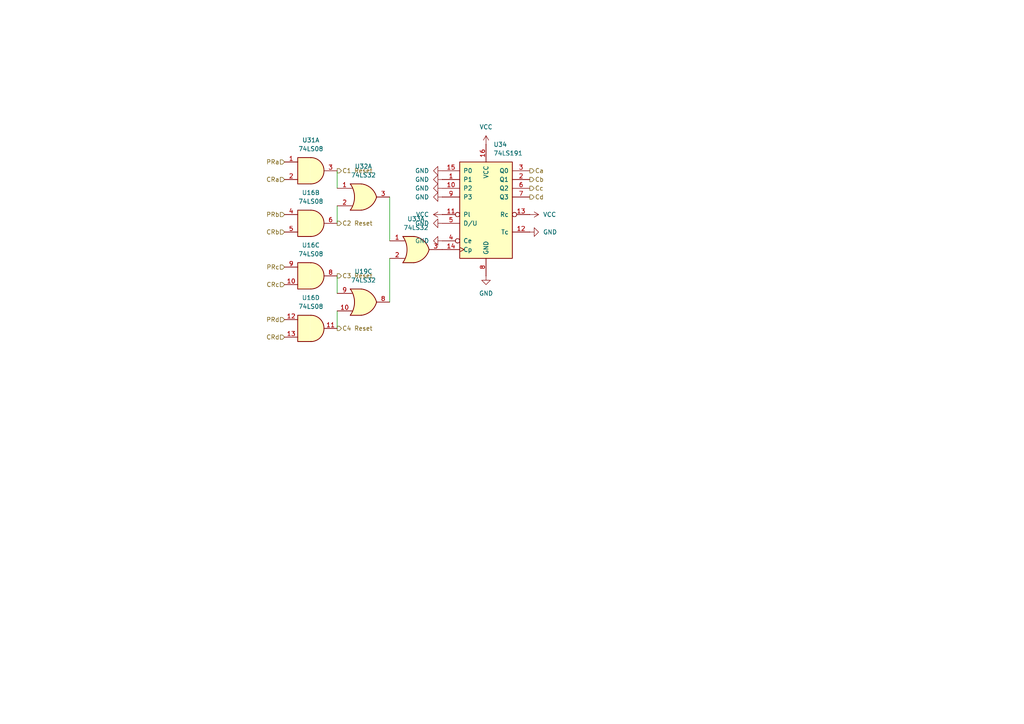
<source format=kicad_sch>
(kicad_sch
	(version 20250114)
	(generator "eeschema")
	(generator_version "9.0")
	(uuid "3f1dffd2-b857-4033-85dd-a594872ad6a9")
	(paper "A4")
	(lib_symbols
		(symbol "74xx:74LS08"
			(pin_names
				(offset 1.016)
			)
			(exclude_from_sim no)
			(in_bom yes)
			(on_board yes)
			(property "Reference" "U"
				(at 0 1.27 0)
				(effects
					(font
						(size 1.27 1.27)
					)
				)
			)
			(property "Value" "74LS08"
				(at 0 -1.27 0)
				(effects
					(font
						(size 1.27 1.27)
					)
				)
			)
			(property "Footprint" ""
				(at 0 0 0)
				(effects
					(font
						(size 1.27 1.27)
					)
					(hide yes)
				)
			)
			(property "Datasheet" "http://www.ti.com/lit/gpn/sn74LS08"
				(at 0 0 0)
				(effects
					(font
						(size 1.27 1.27)
					)
					(hide yes)
				)
			)
			(property "Description" "Quad And2"
				(at 0 0 0)
				(effects
					(font
						(size 1.27 1.27)
					)
					(hide yes)
				)
			)
			(property "ki_locked" ""
				(at 0 0 0)
				(effects
					(font
						(size 1.27 1.27)
					)
				)
			)
			(property "ki_keywords" "TTL and2"
				(at 0 0 0)
				(effects
					(font
						(size 1.27 1.27)
					)
					(hide yes)
				)
			)
			(property "ki_fp_filters" "DIP*W7.62mm*"
				(at 0 0 0)
				(effects
					(font
						(size 1.27 1.27)
					)
					(hide yes)
				)
			)
			(symbol "74LS08_1_1"
				(arc
					(start 0 3.81)
					(mid 3.7934 0)
					(end 0 -3.81)
					(stroke
						(width 0.254)
						(type default)
					)
					(fill
						(type background)
					)
				)
				(polyline
					(pts
						(xy 0 3.81) (xy -3.81 3.81) (xy -3.81 -3.81) (xy 0 -3.81)
					)
					(stroke
						(width 0.254)
						(type default)
					)
					(fill
						(type background)
					)
				)
				(pin input line
					(at -7.62 2.54 0)
					(length 3.81)
					(name "~"
						(effects
							(font
								(size 1.27 1.27)
							)
						)
					)
					(number "1"
						(effects
							(font
								(size 1.27 1.27)
							)
						)
					)
				)
				(pin input line
					(at -7.62 -2.54 0)
					(length 3.81)
					(name "~"
						(effects
							(font
								(size 1.27 1.27)
							)
						)
					)
					(number "2"
						(effects
							(font
								(size 1.27 1.27)
							)
						)
					)
				)
				(pin output line
					(at 7.62 0 180)
					(length 3.81)
					(name "~"
						(effects
							(font
								(size 1.27 1.27)
							)
						)
					)
					(number "3"
						(effects
							(font
								(size 1.27 1.27)
							)
						)
					)
				)
			)
			(symbol "74LS08_1_2"
				(arc
					(start -3.81 3.81)
					(mid -2.589 0)
					(end -3.81 -3.81)
					(stroke
						(width 0.254)
						(type default)
					)
					(fill
						(type none)
					)
				)
				(polyline
					(pts
						(xy -3.81 3.81) (xy -0.635 3.81)
					)
					(stroke
						(width 0.254)
						(type default)
					)
					(fill
						(type background)
					)
				)
				(polyline
					(pts
						(xy -3.81 -3.81) (xy -0.635 -3.81)
					)
					(stroke
						(width 0.254)
						(type default)
					)
					(fill
						(type background)
					)
				)
				(arc
					(start 3.81 0)
					(mid 2.1855 -2.584)
					(end -0.6096 -3.81)
					(stroke
						(width 0.254)
						(type default)
					)
					(fill
						(type background)
					)
				)
				(arc
					(start -0.6096 3.81)
					(mid 2.1928 2.5924)
					(end 3.81 0)
					(stroke
						(width 0.254)
						(type default)
					)
					(fill
						(type background)
					)
				)
				(polyline
					(pts
						(xy -0.635 3.81) (xy -3.81 3.81) (xy -3.81 3.81) (xy -3.556 3.4036) (xy -3.0226 2.2606) (xy -2.6924 1.0414)
						(xy -2.6162 -0.254) (xy -2.7686 -1.4986) (xy -3.175 -2.7178) (xy -3.81 -3.81) (xy -3.81 -3.81)
						(xy -0.635 -3.81)
					)
					(stroke
						(width -25.4)
						(type default)
					)
					(fill
						(type background)
					)
				)
				(pin input inverted
					(at -7.62 2.54 0)
					(length 4.318)
					(name "~"
						(effects
							(font
								(size 1.27 1.27)
							)
						)
					)
					(number "1"
						(effects
							(font
								(size 1.27 1.27)
							)
						)
					)
				)
				(pin input inverted
					(at -7.62 -2.54 0)
					(length 4.318)
					(name "~"
						(effects
							(font
								(size 1.27 1.27)
							)
						)
					)
					(number "2"
						(effects
							(font
								(size 1.27 1.27)
							)
						)
					)
				)
				(pin output inverted
					(at 7.62 0 180)
					(length 3.81)
					(name "~"
						(effects
							(font
								(size 1.27 1.27)
							)
						)
					)
					(number "3"
						(effects
							(font
								(size 1.27 1.27)
							)
						)
					)
				)
			)
			(symbol "74LS08_2_1"
				(arc
					(start 0 3.81)
					(mid 3.7934 0)
					(end 0 -3.81)
					(stroke
						(width 0.254)
						(type default)
					)
					(fill
						(type background)
					)
				)
				(polyline
					(pts
						(xy 0 3.81) (xy -3.81 3.81) (xy -3.81 -3.81) (xy 0 -3.81)
					)
					(stroke
						(width 0.254)
						(type default)
					)
					(fill
						(type background)
					)
				)
				(pin input line
					(at -7.62 2.54 0)
					(length 3.81)
					(name "~"
						(effects
							(font
								(size 1.27 1.27)
							)
						)
					)
					(number "4"
						(effects
							(font
								(size 1.27 1.27)
							)
						)
					)
				)
				(pin input line
					(at -7.62 -2.54 0)
					(length 3.81)
					(name "~"
						(effects
							(font
								(size 1.27 1.27)
							)
						)
					)
					(number "5"
						(effects
							(font
								(size 1.27 1.27)
							)
						)
					)
				)
				(pin output line
					(at 7.62 0 180)
					(length 3.81)
					(name "~"
						(effects
							(font
								(size 1.27 1.27)
							)
						)
					)
					(number "6"
						(effects
							(font
								(size 1.27 1.27)
							)
						)
					)
				)
			)
			(symbol "74LS08_2_2"
				(arc
					(start -3.81 3.81)
					(mid -2.589 0)
					(end -3.81 -3.81)
					(stroke
						(width 0.254)
						(type default)
					)
					(fill
						(type none)
					)
				)
				(polyline
					(pts
						(xy -3.81 3.81) (xy -0.635 3.81)
					)
					(stroke
						(width 0.254)
						(type default)
					)
					(fill
						(type background)
					)
				)
				(polyline
					(pts
						(xy -3.81 -3.81) (xy -0.635 -3.81)
					)
					(stroke
						(width 0.254)
						(type default)
					)
					(fill
						(type background)
					)
				)
				(arc
					(start 3.81 0)
					(mid 2.1855 -2.584)
					(end -0.6096 -3.81)
					(stroke
						(width 0.254)
						(type default)
					)
					(fill
						(type background)
					)
				)
				(arc
					(start -0.6096 3.81)
					(mid 2.1928 2.5924)
					(end 3.81 0)
					(stroke
						(width 0.254)
						(type default)
					)
					(fill
						(type background)
					)
				)
				(polyline
					(pts
						(xy -0.635 3.81) (xy -3.81 3.81) (xy -3.81 3.81) (xy -3.556 3.4036) (xy -3.0226 2.2606) (xy -2.6924 1.0414)
						(xy -2.6162 -0.254) (xy -2.7686 -1.4986) (xy -3.175 -2.7178) (xy -3.81 -3.81) (xy -3.81 -3.81)
						(xy -0.635 -3.81)
					)
					(stroke
						(width -25.4)
						(type default)
					)
					(fill
						(type background)
					)
				)
				(pin input inverted
					(at -7.62 2.54 0)
					(length 4.318)
					(name "~"
						(effects
							(font
								(size 1.27 1.27)
							)
						)
					)
					(number "4"
						(effects
							(font
								(size 1.27 1.27)
							)
						)
					)
				)
				(pin input inverted
					(at -7.62 -2.54 0)
					(length 4.318)
					(name "~"
						(effects
							(font
								(size 1.27 1.27)
							)
						)
					)
					(number "5"
						(effects
							(font
								(size 1.27 1.27)
							)
						)
					)
				)
				(pin output inverted
					(at 7.62 0 180)
					(length 3.81)
					(name "~"
						(effects
							(font
								(size 1.27 1.27)
							)
						)
					)
					(number "6"
						(effects
							(font
								(size 1.27 1.27)
							)
						)
					)
				)
			)
			(symbol "74LS08_3_1"
				(arc
					(start 0 3.81)
					(mid 3.7934 0)
					(end 0 -3.81)
					(stroke
						(width 0.254)
						(type default)
					)
					(fill
						(type background)
					)
				)
				(polyline
					(pts
						(xy 0 3.81) (xy -3.81 3.81) (xy -3.81 -3.81) (xy 0 -3.81)
					)
					(stroke
						(width 0.254)
						(type default)
					)
					(fill
						(type background)
					)
				)
				(pin input line
					(at -7.62 2.54 0)
					(length 3.81)
					(name "~"
						(effects
							(font
								(size 1.27 1.27)
							)
						)
					)
					(number "9"
						(effects
							(font
								(size 1.27 1.27)
							)
						)
					)
				)
				(pin input line
					(at -7.62 -2.54 0)
					(length 3.81)
					(name "~"
						(effects
							(font
								(size 1.27 1.27)
							)
						)
					)
					(number "10"
						(effects
							(font
								(size 1.27 1.27)
							)
						)
					)
				)
				(pin output line
					(at 7.62 0 180)
					(length 3.81)
					(name "~"
						(effects
							(font
								(size 1.27 1.27)
							)
						)
					)
					(number "8"
						(effects
							(font
								(size 1.27 1.27)
							)
						)
					)
				)
			)
			(symbol "74LS08_3_2"
				(arc
					(start -3.81 3.81)
					(mid -2.589 0)
					(end -3.81 -3.81)
					(stroke
						(width 0.254)
						(type default)
					)
					(fill
						(type none)
					)
				)
				(polyline
					(pts
						(xy -3.81 3.81) (xy -0.635 3.81)
					)
					(stroke
						(width 0.254)
						(type default)
					)
					(fill
						(type background)
					)
				)
				(polyline
					(pts
						(xy -3.81 -3.81) (xy -0.635 -3.81)
					)
					(stroke
						(width 0.254)
						(type default)
					)
					(fill
						(type background)
					)
				)
				(arc
					(start 3.81 0)
					(mid 2.1855 -2.584)
					(end -0.6096 -3.81)
					(stroke
						(width 0.254)
						(type default)
					)
					(fill
						(type background)
					)
				)
				(arc
					(start -0.6096 3.81)
					(mid 2.1928 2.5924)
					(end 3.81 0)
					(stroke
						(width 0.254)
						(type default)
					)
					(fill
						(type background)
					)
				)
				(polyline
					(pts
						(xy -0.635 3.81) (xy -3.81 3.81) (xy -3.81 3.81) (xy -3.556 3.4036) (xy -3.0226 2.2606) (xy -2.6924 1.0414)
						(xy -2.6162 -0.254) (xy -2.7686 -1.4986) (xy -3.175 -2.7178) (xy -3.81 -3.81) (xy -3.81 -3.81)
						(xy -0.635 -3.81)
					)
					(stroke
						(width -25.4)
						(type default)
					)
					(fill
						(type background)
					)
				)
				(pin input inverted
					(at -7.62 2.54 0)
					(length 4.318)
					(name "~"
						(effects
							(font
								(size 1.27 1.27)
							)
						)
					)
					(number "9"
						(effects
							(font
								(size 1.27 1.27)
							)
						)
					)
				)
				(pin input inverted
					(at -7.62 -2.54 0)
					(length 4.318)
					(name "~"
						(effects
							(font
								(size 1.27 1.27)
							)
						)
					)
					(number "10"
						(effects
							(font
								(size 1.27 1.27)
							)
						)
					)
				)
				(pin output inverted
					(at 7.62 0 180)
					(length 3.81)
					(name "~"
						(effects
							(font
								(size 1.27 1.27)
							)
						)
					)
					(number "8"
						(effects
							(font
								(size 1.27 1.27)
							)
						)
					)
				)
			)
			(symbol "74LS08_4_1"
				(arc
					(start 0 3.81)
					(mid 3.7934 0)
					(end 0 -3.81)
					(stroke
						(width 0.254)
						(type default)
					)
					(fill
						(type background)
					)
				)
				(polyline
					(pts
						(xy 0 3.81) (xy -3.81 3.81) (xy -3.81 -3.81) (xy 0 -3.81)
					)
					(stroke
						(width 0.254)
						(type default)
					)
					(fill
						(type background)
					)
				)
				(pin input line
					(at -7.62 2.54 0)
					(length 3.81)
					(name "~"
						(effects
							(font
								(size 1.27 1.27)
							)
						)
					)
					(number "12"
						(effects
							(font
								(size 1.27 1.27)
							)
						)
					)
				)
				(pin input line
					(at -7.62 -2.54 0)
					(length 3.81)
					(name "~"
						(effects
							(font
								(size 1.27 1.27)
							)
						)
					)
					(number "13"
						(effects
							(font
								(size 1.27 1.27)
							)
						)
					)
				)
				(pin output line
					(at 7.62 0 180)
					(length 3.81)
					(name "~"
						(effects
							(font
								(size 1.27 1.27)
							)
						)
					)
					(number "11"
						(effects
							(font
								(size 1.27 1.27)
							)
						)
					)
				)
			)
			(symbol "74LS08_4_2"
				(arc
					(start -3.81 3.81)
					(mid -2.589 0)
					(end -3.81 -3.81)
					(stroke
						(width 0.254)
						(type default)
					)
					(fill
						(type none)
					)
				)
				(polyline
					(pts
						(xy -3.81 3.81) (xy -0.635 3.81)
					)
					(stroke
						(width 0.254)
						(type default)
					)
					(fill
						(type background)
					)
				)
				(polyline
					(pts
						(xy -3.81 -3.81) (xy -0.635 -3.81)
					)
					(stroke
						(width 0.254)
						(type default)
					)
					(fill
						(type background)
					)
				)
				(arc
					(start 3.81 0)
					(mid 2.1855 -2.584)
					(end -0.6096 -3.81)
					(stroke
						(width 0.254)
						(type default)
					)
					(fill
						(type background)
					)
				)
				(arc
					(start -0.6096 3.81)
					(mid 2.1928 2.5924)
					(end 3.81 0)
					(stroke
						(width 0.254)
						(type default)
					)
					(fill
						(type background)
					)
				)
				(polyline
					(pts
						(xy -0.635 3.81) (xy -3.81 3.81) (xy -3.81 3.81) (xy -3.556 3.4036) (xy -3.0226 2.2606) (xy -2.6924 1.0414)
						(xy -2.6162 -0.254) (xy -2.7686 -1.4986) (xy -3.175 -2.7178) (xy -3.81 -3.81) (xy -3.81 -3.81)
						(xy -0.635 -3.81)
					)
					(stroke
						(width -25.4)
						(type default)
					)
					(fill
						(type background)
					)
				)
				(pin input inverted
					(at -7.62 2.54 0)
					(length 4.318)
					(name "~"
						(effects
							(font
								(size 1.27 1.27)
							)
						)
					)
					(number "12"
						(effects
							(font
								(size 1.27 1.27)
							)
						)
					)
				)
				(pin input inverted
					(at -7.62 -2.54 0)
					(length 4.318)
					(name "~"
						(effects
							(font
								(size 1.27 1.27)
							)
						)
					)
					(number "13"
						(effects
							(font
								(size 1.27 1.27)
							)
						)
					)
				)
				(pin output inverted
					(at 7.62 0 180)
					(length 3.81)
					(name "~"
						(effects
							(font
								(size 1.27 1.27)
							)
						)
					)
					(number "11"
						(effects
							(font
								(size 1.27 1.27)
							)
						)
					)
				)
			)
			(symbol "74LS08_5_0"
				(pin power_in line
					(at 0 12.7 270)
					(length 5.08)
					(name "VCC"
						(effects
							(font
								(size 1.27 1.27)
							)
						)
					)
					(number "14"
						(effects
							(font
								(size 1.27 1.27)
							)
						)
					)
				)
				(pin power_in line
					(at 0 -12.7 90)
					(length 5.08)
					(name "GND"
						(effects
							(font
								(size 1.27 1.27)
							)
						)
					)
					(number "7"
						(effects
							(font
								(size 1.27 1.27)
							)
						)
					)
				)
			)
			(symbol "74LS08_5_1"
				(rectangle
					(start -5.08 7.62)
					(end 5.08 -7.62)
					(stroke
						(width 0.254)
						(type default)
					)
					(fill
						(type background)
					)
				)
			)
			(embedded_fonts no)
		)
		(symbol "74xx:74LS191"
			(pin_names
				(offset 1.016)
			)
			(exclude_from_sim no)
			(in_bom yes)
			(on_board yes)
			(property "Reference" "U"
				(at -7.62 13.97 0)
				(effects
					(font
						(size 1.27 1.27)
					)
				)
			)
			(property "Value" "74LS191"
				(at -7.62 -16.51 0)
				(effects
					(font
						(size 1.27 1.27)
					)
				)
			)
			(property "Footprint" ""
				(at 0 0 0)
				(effects
					(font
						(size 1.27 1.27)
					)
					(hide yes)
				)
			)
			(property "Datasheet" "http://www.ti.com/lit/gpn/sn74LS191"
				(at 0 0 0)
				(effects
					(font
						(size 1.27 1.27)
					)
					(hide yes)
				)
			)
			(property "Description" "4-bit Synchronous Up/Down binary Counter"
				(at 0 0 0)
				(effects
					(font
						(size 1.27 1.27)
					)
					(hide yes)
				)
			)
			(property "ki_locked" ""
				(at 0 0 0)
				(effects
					(font
						(size 1.27 1.27)
					)
				)
			)
			(property "ki_keywords" "TTL CNT CNT4"
				(at 0 0 0)
				(effects
					(font
						(size 1.27 1.27)
					)
					(hide yes)
				)
			)
			(property "ki_fp_filters" "DIP?16*"
				(at 0 0 0)
				(effects
					(font
						(size 1.27 1.27)
					)
					(hide yes)
				)
			)
			(symbol "74LS191_1_0"
				(pin input line
					(at -12.7 10.16 0)
					(length 5.08)
					(name "P0"
						(effects
							(font
								(size 1.27 1.27)
							)
						)
					)
					(number "15"
						(effects
							(font
								(size 1.27 1.27)
							)
						)
					)
				)
				(pin input line
					(at -12.7 7.62 0)
					(length 5.08)
					(name "P1"
						(effects
							(font
								(size 1.27 1.27)
							)
						)
					)
					(number "1"
						(effects
							(font
								(size 1.27 1.27)
							)
						)
					)
				)
				(pin input line
					(at -12.7 5.08 0)
					(length 5.08)
					(name "P2"
						(effects
							(font
								(size 1.27 1.27)
							)
						)
					)
					(number "10"
						(effects
							(font
								(size 1.27 1.27)
							)
						)
					)
				)
				(pin input line
					(at -12.7 2.54 0)
					(length 5.08)
					(name "P3"
						(effects
							(font
								(size 1.27 1.27)
							)
						)
					)
					(number "9"
						(effects
							(font
								(size 1.27 1.27)
							)
						)
					)
				)
				(pin input inverted
					(at -12.7 -2.54 0)
					(length 5.08)
					(name "Pl"
						(effects
							(font
								(size 1.27 1.27)
							)
						)
					)
					(number "11"
						(effects
							(font
								(size 1.27 1.27)
							)
						)
					)
				)
				(pin input line
					(at -12.7 -5.08 0)
					(length 5.08)
					(name "D/U"
						(effects
							(font
								(size 1.27 1.27)
							)
						)
					)
					(number "5"
						(effects
							(font
								(size 1.27 1.27)
							)
						)
					)
				)
				(pin input inverted
					(at -12.7 -10.16 0)
					(length 5.08)
					(name "Ce"
						(effects
							(font
								(size 1.27 1.27)
							)
						)
					)
					(number "4"
						(effects
							(font
								(size 1.27 1.27)
							)
						)
					)
				)
				(pin input clock
					(at -12.7 -12.7 0)
					(length 5.08)
					(name "Cp"
						(effects
							(font
								(size 1.27 1.27)
							)
						)
					)
					(number "14"
						(effects
							(font
								(size 1.27 1.27)
							)
						)
					)
				)
				(pin power_in line
					(at 0 17.78 270)
					(length 5.08)
					(name "VCC"
						(effects
							(font
								(size 1.27 1.27)
							)
						)
					)
					(number "16"
						(effects
							(font
								(size 1.27 1.27)
							)
						)
					)
				)
				(pin power_in line
					(at 0 -20.32 90)
					(length 5.08)
					(name "GND"
						(effects
							(font
								(size 1.27 1.27)
							)
						)
					)
					(number "8"
						(effects
							(font
								(size 1.27 1.27)
							)
						)
					)
				)
				(pin output line
					(at 12.7 10.16 180)
					(length 5.08)
					(name "Q0"
						(effects
							(font
								(size 1.27 1.27)
							)
						)
					)
					(number "3"
						(effects
							(font
								(size 1.27 1.27)
							)
						)
					)
				)
				(pin output line
					(at 12.7 7.62 180)
					(length 5.08)
					(name "Q1"
						(effects
							(font
								(size 1.27 1.27)
							)
						)
					)
					(number "2"
						(effects
							(font
								(size 1.27 1.27)
							)
						)
					)
				)
				(pin output line
					(at 12.7 5.08 180)
					(length 5.08)
					(name "Q2"
						(effects
							(font
								(size 1.27 1.27)
							)
						)
					)
					(number "6"
						(effects
							(font
								(size 1.27 1.27)
							)
						)
					)
				)
				(pin output line
					(at 12.7 2.54 180)
					(length 5.08)
					(name "Q3"
						(effects
							(font
								(size 1.27 1.27)
							)
						)
					)
					(number "7"
						(effects
							(font
								(size 1.27 1.27)
							)
						)
					)
				)
				(pin output inverted
					(at 12.7 -2.54 180)
					(length 5.08)
					(name "Rc"
						(effects
							(font
								(size 1.27 1.27)
							)
						)
					)
					(number "13"
						(effects
							(font
								(size 1.27 1.27)
							)
						)
					)
				)
				(pin output line
					(at 12.7 -7.62 180)
					(length 5.08)
					(name "Tc"
						(effects
							(font
								(size 1.27 1.27)
							)
						)
					)
					(number "12"
						(effects
							(font
								(size 1.27 1.27)
							)
						)
					)
				)
			)
			(symbol "74LS191_1_1"
				(rectangle
					(start -7.62 12.7)
					(end 7.62 -15.24)
					(stroke
						(width 0.254)
						(type default)
					)
					(fill
						(type background)
					)
				)
			)
			(embedded_fonts no)
		)
		(symbol "74xx:74LS32"
			(pin_names
				(offset 1.016)
			)
			(exclude_from_sim no)
			(in_bom yes)
			(on_board yes)
			(property "Reference" "U"
				(at 0 1.27 0)
				(effects
					(font
						(size 1.27 1.27)
					)
				)
			)
			(property "Value" "74LS32"
				(at 0 -1.27 0)
				(effects
					(font
						(size 1.27 1.27)
					)
				)
			)
			(property "Footprint" ""
				(at 0 0 0)
				(effects
					(font
						(size 1.27 1.27)
					)
					(hide yes)
				)
			)
			(property "Datasheet" "http://www.ti.com/lit/gpn/sn74LS32"
				(at 0 0 0)
				(effects
					(font
						(size 1.27 1.27)
					)
					(hide yes)
				)
			)
			(property "Description" "Quad 2-input OR"
				(at 0 0 0)
				(effects
					(font
						(size 1.27 1.27)
					)
					(hide yes)
				)
			)
			(property "ki_locked" ""
				(at 0 0 0)
				(effects
					(font
						(size 1.27 1.27)
					)
				)
			)
			(property "ki_keywords" "TTL Or2"
				(at 0 0 0)
				(effects
					(font
						(size 1.27 1.27)
					)
					(hide yes)
				)
			)
			(property "ki_fp_filters" "DIP?14*"
				(at 0 0 0)
				(effects
					(font
						(size 1.27 1.27)
					)
					(hide yes)
				)
			)
			(symbol "74LS32_1_1"
				(arc
					(start -3.81 3.81)
					(mid -2.589 0)
					(end -3.81 -3.81)
					(stroke
						(width 0.254)
						(type default)
					)
					(fill
						(type none)
					)
				)
				(polyline
					(pts
						(xy -3.81 3.81) (xy -0.635 3.81)
					)
					(stroke
						(width 0.254)
						(type default)
					)
					(fill
						(type background)
					)
				)
				(polyline
					(pts
						(xy -3.81 -3.81) (xy -0.635 -3.81)
					)
					(stroke
						(width 0.254)
						(type default)
					)
					(fill
						(type background)
					)
				)
				(arc
					(start 3.81 0)
					(mid 2.1855 -2.584)
					(end -0.6096 -3.81)
					(stroke
						(width 0.254)
						(type default)
					)
					(fill
						(type background)
					)
				)
				(arc
					(start -0.6096 3.81)
					(mid 2.1928 2.5924)
					(end 3.81 0)
					(stroke
						(width 0.254)
						(type default)
					)
					(fill
						(type background)
					)
				)
				(polyline
					(pts
						(xy -0.635 3.81) (xy -3.81 3.81) (xy -3.81 3.81) (xy -3.556 3.4036) (xy -3.0226 2.2606) (xy -2.6924 1.0414)
						(xy -2.6162 -0.254) (xy -2.7686 -1.4986) (xy -3.175 -2.7178) (xy -3.81 -3.81) (xy -3.81 -3.81)
						(xy -0.635 -3.81)
					)
					(stroke
						(width -25.4)
						(type default)
					)
					(fill
						(type background)
					)
				)
				(pin input line
					(at -7.62 2.54 0)
					(length 4.318)
					(name "~"
						(effects
							(font
								(size 1.27 1.27)
							)
						)
					)
					(number "1"
						(effects
							(font
								(size 1.27 1.27)
							)
						)
					)
				)
				(pin input line
					(at -7.62 -2.54 0)
					(length 4.318)
					(name "~"
						(effects
							(font
								(size 1.27 1.27)
							)
						)
					)
					(number "2"
						(effects
							(font
								(size 1.27 1.27)
							)
						)
					)
				)
				(pin output line
					(at 7.62 0 180)
					(length 3.81)
					(name "~"
						(effects
							(font
								(size 1.27 1.27)
							)
						)
					)
					(number "3"
						(effects
							(font
								(size 1.27 1.27)
							)
						)
					)
				)
			)
			(symbol "74LS32_1_2"
				(arc
					(start 0 3.81)
					(mid 3.7934 0)
					(end 0 -3.81)
					(stroke
						(width 0.254)
						(type default)
					)
					(fill
						(type background)
					)
				)
				(polyline
					(pts
						(xy 0 3.81) (xy -3.81 3.81) (xy -3.81 -3.81) (xy 0 -3.81)
					)
					(stroke
						(width 0.254)
						(type default)
					)
					(fill
						(type background)
					)
				)
				(pin input inverted
					(at -7.62 2.54 0)
					(length 3.81)
					(name "~"
						(effects
							(font
								(size 1.27 1.27)
							)
						)
					)
					(number "1"
						(effects
							(font
								(size 1.27 1.27)
							)
						)
					)
				)
				(pin input inverted
					(at -7.62 -2.54 0)
					(length 3.81)
					(name "~"
						(effects
							(font
								(size 1.27 1.27)
							)
						)
					)
					(number "2"
						(effects
							(font
								(size 1.27 1.27)
							)
						)
					)
				)
				(pin output inverted
					(at 7.62 0 180)
					(length 3.81)
					(name "~"
						(effects
							(font
								(size 1.27 1.27)
							)
						)
					)
					(number "3"
						(effects
							(font
								(size 1.27 1.27)
							)
						)
					)
				)
			)
			(symbol "74LS32_2_1"
				(arc
					(start -3.81 3.81)
					(mid -2.589 0)
					(end -3.81 -3.81)
					(stroke
						(width 0.254)
						(type default)
					)
					(fill
						(type none)
					)
				)
				(polyline
					(pts
						(xy -3.81 3.81) (xy -0.635 3.81)
					)
					(stroke
						(width 0.254)
						(type default)
					)
					(fill
						(type background)
					)
				)
				(polyline
					(pts
						(xy -3.81 -3.81) (xy -0.635 -3.81)
					)
					(stroke
						(width 0.254)
						(type default)
					)
					(fill
						(type background)
					)
				)
				(arc
					(start 3.81 0)
					(mid 2.1855 -2.584)
					(end -0.6096 -3.81)
					(stroke
						(width 0.254)
						(type default)
					)
					(fill
						(type background)
					)
				)
				(arc
					(start -0.6096 3.81)
					(mid 2.1928 2.5924)
					(end 3.81 0)
					(stroke
						(width 0.254)
						(type default)
					)
					(fill
						(type background)
					)
				)
				(polyline
					(pts
						(xy -0.635 3.81) (xy -3.81 3.81) (xy -3.81 3.81) (xy -3.556 3.4036) (xy -3.0226 2.2606) (xy -2.6924 1.0414)
						(xy -2.6162 -0.254) (xy -2.7686 -1.4986) (xy -3.175 -2.7178) (xy -3.81 -3.81) (xy -3.81 -3.81)
						(xy -0.635 -3.81)
					)
					(stroke
						(width -25.4)
						(type default)
					)
					(fill
						(type background)
					)
				)
				(pin input line
					(at -7.62 2.54 0)
					(length 4.318)
					(name "~"
						(effects
							(font
								(size 1.27 1.27)
							)
						)
					)
					(number "4"
						(effects
							(font
								(size 1.27 1.27)
							)
						)
					)
				)
				(pin input line
					(at -7.62 -2.54 0)
					(length 4.318)
					(name "~"
						(effects
							(font
								(size 1.27 1.27)
							)
						)
					)
					(number "5"
						(effects
							(font
								(size 1.27 1.27)
							)
						)
					)
				)
				(pin output line
					(at 7.62 0 180)
					(length 3.81)
					(name "~"
						(effects
							(font
								(size 1.27 1.27)
							)
						)
					)
					(number "6"
						(effects
							(font
								(size 1.27 1.27)
							)
						)
					)
				)
			)
			(symbol "74LS32_2_2"
				(arc
					(start 0 3.81)
					(mid 3.7934 0)
					(end 0 -3.81)
					(stroke
						(width 0.254)
						(type default)
					)
					(fill
						(type background)
					)
				)
				(polyline
					(pts
						(xy 0 3.81) (xy -3.81 3.81) (xy -3.81 -3.81) (xy 0 -3.81)
					)
					(stroke
						(width 0.254)
						(type default)
					)
					(fill
						(type background)
					)
				)
				(pin input inverted
					(at -7.62 2.54 0)
					(length 3.81)
					(name "~"
						(effects
							(font
								(size 1.27 1.27)
							)
						)
					)
					(number "4"
						(effects
							(font
								(size 1.27 1.27)
							)
						)
					)
				)
				(pin input inverted
					(at -7.62 -2.54 0)
					(length 3.81)
					(name "~"
						(effects
							(font
								(size 1.27 1.27)
							)
						)
					)
					(number "5"
						(effects
							(font
								(size 1.27 1.27)
							)
						)
					)
				)
				(pin output inverted
					(at 7.62 0 180)
					(length 3.81)
					(name "~"
						(effects
							(font
								(size 1.27 1.27)
							)
						)
					)
					(number "6"
						(effects
							(font
								(size 1.27 1.27)
							)
						)
					)
				)
			)
			(symbol "74LS32_3_1"
				(arc
					(start -3.81 3.81)
					(mid -2.589 0)
					(end -3.81 -3.81)
					(stroke
						(width 0.254)
						(type default)
					)
					(fill
						(type none)
					)
				)
				(polyline
					(pts
						(xy -3.81 3.81) (xy -0.635 3.81)
					)
					(stroke
						(width 0.254)
						(type default)
					)
					(fill
						(type background)
					)
				)
				(polyline
					(pts
						(xy -3.81 -3.81) (xy -0.635 -3.81)
					)
					(stroke
						(width 0.254)
						(type default)
					)
					(fill
						(type background)
					)
				)
				(arc
					(start 3.81 0)
					(mid 2.1855 -2.584)
					(end -0.6096 -3.81)
					(stroke
						(width 0.254)
						(type default)
					)
					(fill
						(type background)
					)
				)
				(arc
					(start -0.6096 3.81)
					(mid 2.1928 2.5924)
					(end 3.81 0)
					(stroke
						(width 0.254)
						(type default)
					)
					(fill
						(type background)
					)
				)
				(polyline
					(pts
						(xy -0.635 3.81) (xy -3.81 3.81) (xy -3.81 3.81) (xy -3.556 3.4036) (xy -3.0226 2.2606) (xy -2.6924 1.0414)
						(xy -2.6162 -0.254) (xy -2.7686 -1.4986) (xy -3.175 -2.7178) (xy -3.81 -3.81) (xy -3.81 -3.81)
						(xy -0.635 -3.81)
					)
					(stroke
						(width -25.4)
						(type default)
					)
					(fill
						(type background)
					)
				)
				(pin input line
					(at -7.62 2.54 0)
					(length 4.318)
					(name "~"
						(effects
							(font
								(size 1.27 1.27)
							)
						)
					)
					(number "9"
						(effects
							(font
								(size 1.27 1.27)
							)
						)
					)
				)
				(pin input line
					(at -7.62 -2.54 0)
					(length 4.318)
					(name "~"
						(effects
							(font
								(size 1.27 1.27)
							)
						)
					)
					(number "10"
						(effects
							(font
								(size 1.27 1.27)
							)
						)
					)
				)
				(pin output line
					(at 7.62 0 180)
					(length 3.81)
					(name "~"
						(effects
							(font
								(size 1.27 1.27)
							)
						)
					)
					(number "8"
						(effects
							(font
								(size 1.27 1.27)
							)
						)
					)
				)
			)
			(symbol "74LS32_3_2"
				(arc
					(start 0 3.81)
					(mid 3.7934 0)
					(end 0 -3.81)
					(stroke
						(width 0.254)
						(type default)
					)
					(fill
						(type background)
					)
				)
				(polyline
					(pts
						(xy 0 3.81) (xy -3.81 3.81) (xy -3.81 -3.81) (xy 0 -3.81)
					)
					(stroke
						(width 0.254)
						(type default)
					)
					(fill
						(type background)
					)
				)
				(pin input inverted
					(at -7.62 2.54 0)
					(length 3.81)
					(name "~"
						(effects
							(font
								(size 1.27 1.27)
							)
						)
					)
					(number "9"
						(effects
							(font
								(size 1.27 1.27)
							)
						)
					)
				)
				(pin input inverted
					(at -7.62 -2.54 0)
					(length 3.81)
					(name "~"
						(effects
							(font
								(size 1.27 1.27)
							)
						)
					)
					(number "10"
						(effects
							(font
								(size 1.27 1.27)
							)
						)
					)
				)
				(pin output inverted
					(at 7.62 0 180)
					(length 3.81)
					(name "~"
						(effects
							(font
								(size 1.27 1.27)
							)
						)
					)
					(number "8"
						(effects
							(font
								(size 1.27 1.27)
							)
						)
					)
				)
			)
			(symbol "74LS32_4_1"
				(arc
					(start -3.81 3.81)
					(mid -2.589 0)
					(end -3.81 -3.81)
					(stroke
						(width 0.254)
						(type default)
					)
					(fill
						(type none)
					)
				)
				(polyline
					(pts
						(xy -3.81 3.81) (xy -0.635 3.81)
					)
					(stroke
						(width 0.254)
						(type default)
					)
					(fill
						(type background)
					)
				)
				(polyline
					(pts
						(xy -3.81 -3.81) (xy -0.635 -3.81)
					)
					(stroke
						(width 0.254)
						(type default)
					)
					(fill
						(type background)
					)
				)
				(arc
					(start 3.81 0)
					(mid 2.1855 -2.584)
					(end -0.6096 -3.81)
					(stroke
						(width 0.254)
						(type default)
					)
					(fill
						(type background)
					)
				)
				(arc
					(start -0.6096 3.81)
					(mid 2.1928 2.5924)
					(end 3.81 0)
					(stroke
						(width 0.254)
						(type default)
					)
					(fill
						(type background)
					)
				)
				(polyline
					(pts
						(xy -0.635 3.81) (xy -3.81 3.81) (xy -3.81 3.81) (xy -3.556 3.4036) (xy -3.0226 2.2606) (xy -2.6924 1.0414)
						(xy -2.6162 -0.254) (xy -2.7686 -1.4986) (xy -3.175 -2.7178) (xy -3.81 -3.81) (xy -3.81 -3.81)
						(xy -0.635 -3.81)
					)
					(stroke
						(width -25.4)
						(type default)
					)
					(fill
						(type background)
					)
				)
				(pin input line
					(at -7.62 2.54 0)
					(length 4.318)
					(name "~"
						(effects
							(font
								(size 1.27 1.27)
							)
						)
					)
					(number "12"
						(effects
							(font
								(size 1.27 1.27)
							)
						)
					)
				)
				(pin input line
					(at -7.62 -2.54 0)
					(length 4.318)
					(name "~"
						(effects
							(font
								(size 1.27 1.27)
							)
						)
					)
					(number "13"
						(effects
							(font
								(size 1.27 1.27)
							)
						)
					)
				)
				(pin output line
					(at 7.62 0 180)
					(length 3.81)
					(name "~"
						(effects
							(font
								(size 1.27 1.27)
							)
						)
					)
					(number "11"
						(effects
							(font
								(size 1.27 1.27)
							)
						)
					)
				)
			)
			(symbol "74LS32_4_2"
				(arc
					(start 0 3.81)
					(mid 3.7934 0)
					(end 0 -3.81)
					(stroke
						(width 0.254)
						(type default)
					)
					(fill
						(type background)
					)
				)
				(polyline
					(pts
						(xy 0 3.81) (xy -3.81 3.81) (xy -3.81 -3.81) (xy 0 -3.81)
					)
					(stroke
						(width 0.254)
						(type default)
					)
					(fill
						(type background)
					)
				)
				(pin input inverted
					(at -7.62 2.54 0)
					(length 3.81)
					(name "~"
						(effects
							(font
								(size 1.27 1.27)
							)
						)
					)
					(number "12"
						(effects
							(font
								(size 1.27 1.27)
							)
						)
					)
				)
				(pin input inverted
					(at -7.62 -2.54 0)
					(length 3.81)
					(name "~"
						(effects
							(font
								(size 1.27 1.27)
							)
						)
					)
					(number "13"
						(effects
							(font
								(size 1.27 1.27)
							)
						)
					)
				)
				(pin output inverted
					(at 7.62 0 180)
					(length 3.81)
					(name "~"
						(effects
							(font
								(size 1.27 1.27)
							)
						)
					)
					(number "11"
						(effects
							(font
								(size 1.27 1.27)
							)
						)
					)
				)
			)
			(symbol "74LS32_5_0"
				(pin power_in line
					(at 0 12.7 270)
					(length 5.08)
					(name "VCC"
						(effects
							(font
								(size 1.27 1.27)
							)
						)
					)
					(number "14"
						(effects
							(font
								(size 1.27 1.27)
							)
						)
					)
				)
				(pin power_in line
					(at 0 -12.7 90)
					(length 5.08)
					(name "GND"
						(effects
							(font
								(size 1.27 1.27)
							)
						)
					)
					(number "7"
						(effects
							(font
								(size 1.27 1.27)
							)
						)
					)
				)
			)
			(symbol "74LS32_5_1"
				(rectangle
					(start -5.08 7.62)
					(end 5.08 -7.62)
					(stroke
						(width 0.254)
						(type default)
					)
					(fill
						(type background)
					)
				)
			)
			(embedded_fonts no)
		)
		(symbol "power:GND"
			(power)
			(pin_numbers
				(hide yes)
			)
			(pin_names
				(offset 0)
				(hide yes)
			)
			(exclude_from_sim no)
			(in_bom yes)
			(on_board yes)
			(property "Reference" "#PWR"
				(at 0 -6.35 0)
				(effects
					(font
						(size 1.27 1.27)
					)
					(hide yes)
				)
			)
			(property "Value" "GND"
				(at 0 -3.81 0)
				(effects
					(font
						(size 1.27 1.27)
					)
				)
			)
			(property "Footprint" ""
				(at 0 0 0)
				(effects
					(font
						(size 1.27 1.27)
					)
					(hide yes)
				)
			)
			(property "Datasheet" ""
				(at 0 0 0)
				(effects
					(font
						(size 1.27 1.27)
					)
					(hide yes)
				)
			)
			(property "Description" "Power symbol creates a global label with name \"GND\" , ground"
				(at 0 0 0)
				(effects
					(font
						(size 1.27 1.27)
					)
					(hide yes)
				)
			)
			(property "ki_keywords" "global power"
				(at 0 0 0)
				(effects
					(font
						(size 1.27 1.27)
					)
					(hide yes)
				)
			)
			(symbol "GND_0_1"
				(polyline
					(pts
						(xy 0 0) (xy 0 -1.27) (xy 1.27 -1.27) (xy 0 -2.54) (xy -1.27 -1.27) (xy 0 -1.27)
					)
					(stroke
						(width 0)
						(type default)
					)
					(fill
						(type none)
					)
				)
			)
			(symbol "GND_1_1"
				(pin power_in line
					(at 0 0 270)
					(length 0)
					(name "~"
						(effects
							(font
								(size 1.27 1.27)
							)
						)
					)
					(number "1"
						(effects
							(font
								(size 1.27 1.27)
							)
						)
					)
				)
			)
			(embedded_fonts no)
		)
		(symbol "power:VCC"
			(power)
			(pin_numbers
				(hide yes)
			)
			(pin_names
				(offset 0)
				(hide yes)
			)
			(exclude_from_sim no)
			(in_bom yes)
			(on_board yes)
			(property "Reference" "#PWR"
				(at 0 -3.81 0)
				(effects
					(font
						(size 1.27 1.27)
					)
					(hide yes)
				)
			)
			(property "Value" "VCC"
				(at 0 3.556 0)
				(effects
					(font
						(size 1.27 1.27)
					)
				)
			)
			(property "Footprint" ""
				(at 0 0 0)
				(effects
					(font
						(size 1.27 1.27)
					)
					(hide yes)
				)
			)
			(property "Datasheet" ""
				(at 0 0 0)
				(effects
					(font
						(size 1.27 1.27)
					)
					(hide yes)
				)
			)
			(property "Description" "Power symbol creates a global label with name \"VCC\""
				(at 0 0 0)
				(effects
					(font
						(size 1.27 1.27)
					)
					(hide yes)
				)
			)
			(property "ki_keywords" "global power"
				(at 0 0 0)
				(effects
					(font
						(size 1.27 1.27)
					)
					(hide yes)
				)
			)
			(symbol "VCC_0_1"
				(polyline
					(pts
						(xy -0.762 1.27) (xy 0 2.54)
					)
					(stroke
						(width 0)
						(type default)
					)
					(fill
						(type none)
					)
				)
				(polyline
					(pts
						(xy 0 2.54) (xy 0.762 1.27)
					)
					(stroke
						(width 0)
						(type default)
					)
					(fill
						(type none)
					)
				)
				(polyline
					(pts
						(xy 0 0) (xy 0 2.54)
					)
					(stroke
						(width 0)
						(type default)
					)
					(fill
						(type none)
					)
				)
			)
			(symbol "VCC_1_1"
				(pin power_in line
					(at 0 0 90)
					(length 0)
					(name "~"
						(effects
							(font
								(size 1.27 1.27)
							)
						)
					)
					(number "1"
						(effects
							(font
								(size 1.27 1.27)
							)
						)
					)
				)
			)
			(embedded_fonts no)
		)
	)
	(wire
		(pts
			(xy 97.79 90.17) (xy 97.79 95.25)
		)
		(stroke
			(width 0)
			(type default)
		)
		(uuid "067dc995-4957-442e-a419-617901368b00")
	)
	(wire
		(pts
			(xy 113.03 57.15) (xy 113.03 69.85)
		)
		(stroke
			(width 0)
			(type default)
		)
		(uuid "5403c3fc-d1d2-48f9-a76d-9cf4ab60dce9")
	)
	(wire
		(pts
			(xy 97.79 80.01) (xy 97.79 85.09)
		)
		(stroke
			(width 0)
			(type default)
		)
		(uuid "61e7e1e6-e170-4be9-8cad-86a880fd4f70")
	)
	(wire
		(pts
			(xy 97.79 49.53) (xy 97.79 54.61)
		)
		(stroke
			(width 0)
			(type default)
		)
		(uuid "7bd226b8-c210-4226-a046-64390d16c91a")
	)
	(wire
		(pts
			(xy 113.03 74.93) (xy 113.03 87.63)
		)
		(stroke
			(width 0)
			(type default)
		)
		(uuid "7e7205bc-9f2b-4772-bc36-fffa50afe926")
	)
	(wire
		(pts
			(xy 97.79 59.69) (xy 97.79 64.77)
		)
		(stroke
			(width 0)
			(type default)
		)
		(uuid "e593a682-48eb-4624-92db-59ba8d033f12")
	)
	(hierarchical_label "Cb"
		(shape output)
		(at 153.67 52.07 0)
		(effects
			(font
				(size 1.27 1.27)
			)
			(justify left)
		)
		(uuid "180e11b2-278c-4365-8612-9ea569ddf0d1")
	)
	(hierarchical_label "PRa"
		(shape input)
		(at 82.55 46.99 180)
		(effects
			(font
				(size 1.27 1.27)
			)
			(justify right)
		)
		(uuid "1e580739-41cd-47ed-b99d-6489256c9b6d")
	)
	(hierarchical_label "CRa"
		(shape input)
		(at 82.55 52.07 180)
		(effects
			(font
				(size 1.27 1.27)
			)
			(justify right)
		)
		(uuid "3943e3bd-6e60-4d08-bc3b-8c268e6b572b")
	)
	(hierarchical_label "CRd"
		(shape input)
		(at 82.55 97.79 180)
		(effects
			(font
				(size 1.27 1.27)
			)
			(justify right)
		)
		(uuid "414442bb-26bf-4e05-b130-c795ee2e45ba")
	)
	(hierarchical_label "Ca"
		(shape output)
		(at 153.67 49.53 0)
		(effects
			(font
				(size 1.27 1.27)
			)
			(justify left)
		)
		(uuid "43d2ee12-4f06-404e-9052-096aded61a25")
	)
	(hierarchical_label "Cc"
		(shape output)
		(at 153.67 54.61 0)
		(effects
			(font
				(size 1.27 1.27)
			)
			(justify left)
		)
		(uuid "4e7bbd1f-6055-4217-b0b2-b1ff8f490c28")
	)
	(hierarchical_label "C3 Reset"
		(shape output)
		(at 97.79 80.01 0)
		(effects
			(font
				(size 1.27 1.27)
			)
			(justify left)
		)
		(uuid "6c3e1b7b-2dc6-483f-9fc4-f244569bdc57")
	)
	(hierarchical_label "CRc"
		(shape input)
		(at 82.55 82.55 180)
		(effects
			(font
				(size 1.27 1.27)
			)
			(justify right)
		)
		(uuid "729a268e-c1ad-4414-9975-dc269aa644a9")
	)
	(hierarchical_label "C1 Reset"
		(shape output)
		(at 97.79 49.53 0)
		(effects
			(font
				(size 1.27 1.27)
			)
			(justify left)
		)
		(uuid "785cd8ab-a7b5-48a0-a7e1-339613319bdf")
	)
	(hierarchical_label "PRb"
		(shape input)
		(at 82.55 62.23 180)
		(effects
			(font
				(size 1.27 1.27)
			)
			(justify right)
		)
		(uuid "81a72c6e-bc4e-49aa-a0e9-0e255e23c856")
	)
	(hierarchical_label "C2 Reset"
		(shape output)
		(at 97.79 64.77 0)
		(effects
			(font
				(size 1.27 1.27)
			)
			(justify left)
		)
		(uuid "9b178410-b2a4-4115-9607-0e61e03c80e0")
	)
	(hierarchical_label "CRb"
		(shape input)
		(at 82.55 67.31 180)
		(effects
			(font
				(size 1.27 1.27)
			)
			(justify right)
		)
		(uuid "a11d435c-a6ad-49ba-aa5f-d19a4375ae4d")
	)
	(hierarchical_label "PRd"
		(shape input)
		(at 82.55 92.71 180)
		(effects
			(font
				(size 1.27 1.27)
			)
			(justify right)
		)
		(uuid "a7708813-7edb-437e-a3ac-0e30a3804865")
	)
	(hierarchical_label "C4 Reset"
		(shape output)
		(at 97.79 95.25 0)
		(effects
			(font
				(size 1.27 1.27)
			)
			(justify left)
		)
		(uuid "bbe2494a-601f-4ca6-87ce-3ee442105747")
	)
	(hierarchical_label "PRc"
		(shape input)
		(at 82.55 77.47 180)
		(effects
			(font
				(size 1.27 1.27)
			)
			(justify right)
		)
		(uuid "c5fa3dd5-3668-4c0c-b35b-62ca42285619")
	)
	(hierarchical_label "Cd"
		(shape output)
		(at 153.67 57.15 0)
		(effects
			(font
				(size 1.27 1.27)
			)
			(justify left)
		)
		(uuid "d312f642-af2a-4c1f-ac6a-e157442ce5c2")
	)
	(symbol
		(lib_id "74xx:74LS32")
		(at 105.41 57.15 0)
		(unit 1)
		(exclude_from_sim no)
		(in_bom yes)
		(on_board yes)
		(dnp no)
		(fields_autoplaced yes)
		(uuid "0e529bba-816b-43d0-a11d-208393a00d16")
		(property "Reference" "U32"
			(at 105.41 48.26 0)
			(effects
				(font
					(size 1.27 1.27)
				)
			)
		)
		(property "Value" "74LS32"
			(at 105.41 50.8 0)
			(effects
				(font
					(size 1.27 1.27)
				)
			)
		)
		(property "Footprint" ""
			(at 105.41 57.15 0)
			(effects
				(font
					(size 1.27 1.27)
				)
				(hide yes)
			)
		)
		(property "Datasheet" "http://www.ti.com/lit/gpn/sn74LS32"
			(at 105.41 57.15 0)
			(effects
				(font
					(size 1.27 1.27)
				)
				(hide yes)
			)
		)
		(property "Description" "Quad 2-input OR"
			(at 105.41 57.15 0)
			(effects
				(font
					(size 1.27 1.27)
				)
				(hide yes)
			)
		)
		(pin "2"
			(uuid "a93ffa3d-6c6d-455f-982c-ffd41a132566")
		)
		(pin "5"
			(uuid "4d2b37bd-cf33-4f1a-bac8-aefe13e81ca0")
		)
		(pin "9"
			(uuid "cec4fc0f-4c18-4fa0-8e01-b9b852185318")
		)
		(pin "1"
			(uuid "c9f3829a-a1c4-471b-bd31-2e62e37b91f4")
		)
		(pin "3"
			(uuid "894d02ce-b877-4e14-a27f-8f4dee742f0e")
		)
		(pin "4"
			(uuid "f4e78ff7-5c29-4d4c-a46b-3da753bfa91e")
		)
		(pin "6"
			(uuid "301987ef-b713-4e67-aebc-a6e28bf1bd2f")
		)
		(pin "10"
			(uuid "c600afea-c5e6-44c9-80eb-cab26a7cf992")
		)
		(pin "8"
			(uuid "83af4de2-7bf2-42a6-aab6-d41f13237d41")
		)
		(pin "13"
			(uuid "18ecc928-2fa0-4822-9a83-cac5625301cd")
		)
		(pin "11"
			(uuid "97e40f7a-e0a1-448d-b32e-551b6fb643a4")
		)
		(pin "7"
			(uuid "8c6bd0e2-f020-42c7-9176-b262555c48b8")
		)
		(pin "14"
			(uuid "500d127a-c980-436e-aab7-67979d3523a3")
		)
		(pin "12"
			(uuid "08772c82-64c4-4efd-b9f5-e858ad51cef8")
		)
		(instances
			(project ""
				(path "/e8ee49b0-6c92-4580-8670-f3d8867d6cec/27c01a9f-608f-4674-a8d6-dfb42bfe452e"
					(reference "U32")
					(unit 1)
				)
			)
		)
	)
	(symbol
		(lib_id "power:GND")
		(at 128.27 64.77 270)
		(unit 1)
		(exclude_from_sim no)
		(in_bom yes)
		(on_board yes)
		(dnp no)
		(fields_autoplaced yes)
		(uuid "2ff8a198-e60a-4673-9ea1-65f485f83ae0")
		(property "Reference" "#PWR0101"
			(at 121.92 64.77 0)
			(effects
				(font
					(size 1.27 1.27)
				)
				(hide yes)
			)
		)
		(property "Value" "GND"
			(at 124.46 64.7699 90)
			(effects
				(font
					(size 1.27 1.27)
				)
				(justify right)
			)
		)
		(property "Footprint" ""
			(at 128.27 64.77 0)
			(effects
				(font
					(size 1.27 1.27)
				)
				(hide yes)
			)
		)
		(property "Datasheet" ""
			(at 128.27 64.77 0)
			(effects
				(font
					(size 1.27 1.27)
				)
				(hide yes)
			)
		)
		(property "Description" "Power symbol creates a global label with name \"GND\" , ground"
			(at 128.27 64.77 0)
			(effects
				(font
					(size 1.27 1.27)
				)
				(hide yes)
			)
		)
		(pin "1"
			(uuid "e455b5b2-3bda-4140-932f-b14514f0792d")
		)
		(instances
			(project ""
				(path "/e8ee49b0-6c92-4580-8670-f3d8867d6cec/27c01a9f-608f-4674-a8d6-dfb42bfe452e"
					(reference "#PWR0101")
					(unit 1)
				)
			)
		)
	)
	(symbol
		(lib_id "power:GND")
		(at 128.27 57.15 270)
		(unit 1)
		(exclude_from_sim no)
		(in_bom yes)
		(on_board yes)
		(dnp no)
		(fields_autoplaced yes)
		(uuid "3a5f0574-3304-43cd-9c8b-9c5ff0dd6702")
		(property "Reference" "#PWR0109"
			(at 121.92 57.15 0)
			(effects
				(font
					(size 1.27 1.27)
				)
				(hide yes)
			)
		)
		(property "Value" "GND"
			(at 124.46 57.1499 90)
			(effects
				(font
					(size 1.27 1.27)
				)
				(justify right)
			)
		)
		(property "Footprint" ""
			(at 128.27 57.15 0)
			(effects
				(font
					(size 1.27 1.27)
				)
				(hide yes)
			)
		)
		(property "Datasheet" ""
			(at 128.27 57.15 0)
			(effects
				(font
					(size 1.27 1.27)
				)
				(hide yes)
			)
		)
		(property "Description" "Power symbol creates a global label with name \"GND\" , ground"
			(at 128.27 57.15 0)
			(effects
				(font
					(size 1.27 1.27)
				)
				(hide yes)
			)
		)
		(pin "1"
			(uuid "0885e210-80e1-402e-924d-9196026c05e3")
		)
		(instances
			(project "Subway Surfers"
				(path "/e8ee49b0-6c92-4580-8670-f3d8867d6cec/27c01a9f-608f-4674-a8d6-dfb42bfe452e"
					(reference "#PWR0109")
					(unit 1)
				)
			)
		)
	)
	(symbol
		(lib_id "power:VCC")
		(at 140.97 41.91 0)
		(unit 1)
		(exclude_from_sim no)
		(in_bom yes)
		(on_board yes)
		(dnp no)
		(fields_autoplaced yes)
		(uuid "3e01a98e-6645-4f26-9389-5f050ba4df07")
		(property "Reference" "#PWR0100"
			(at 140.97 45.72 0)
			(effects
				(font
					(size 1.27 1.27)
				)
				(hide yes)
			)
		)
		(property "Value" "VCC"
			(at 140.97 36.83 0)
			(effects
				(font
					(size 1.27 1.27)
				)
			)
		)
		(property "Footprint" ""
			(at 140.97 41.91 0)
			(effects
				(font
					(size 1.27 1.27)
				)
				(hide yes)
			)
		)
		(property "Datasheet" ""
			(at 140.97 41.91 0)
			(effects
				(font
					(size 1.27 1.27)
				)
				(hide yes)
			)
		)
		(property "Description" "Power symbol creates a global label with name \"VCC\""
			(at 140.97 41.91 0)
			(effects
				(font
					(size 1.27 1.27)
				)
				(hide yes)
			)
		)
		(pin "1"
			(uuid "d8d3953e-bcf9-4793-a392-9bb085676b3f")
		)
		(instances
			(project ""
				(path "/e8ee49b0-6c92-4580-8670-f3d8867d6cec/27c01a9f-608f-4674-a8d6-dfb42bfe452e"
					(reference "#PWR0100")
					(unit 1)
				)
			)
		)
	)
	(symbol
		(lib_id "power:GND")
		(at 140.97 80.01 0)
		(unit 1)
		(exclude_from_sim no)
		(in_bom yes)
		(on_board yes)
		(dnp no)
		(fields_autoplaced yes)
		(uuid "47bf5c7e-1fc6-42f4-8474-31af3cf9a410")
		(property "Reference" "#PWR097"
			(at 140.97 86.36 0)
			(effects
				(font
					(size 1.27 1.27)
				)
				(hide yes)
			)
		)
		(property "Value" "GND"
			(at 140.97 85.09 0)
			(effects
				(font
					(size 1.27 1.27)
				)
			)
		)
		(property "Footprint" ""
			(at 140.97 80.01 0)
			(effects
				(font
					(size 1.27 1.27)
				)
				(hide yes)
			)
		)
		(property "Datasheet" ""
			(at 140.97 80.01 0)
			(effects
				(font
					(size 1.27 1.27)
				)
				(hide yes)
			)
		)
		(property "Description" "Power symbol creates a global label with name \"GND\" , ground"
			(at 140.97 80.01 0)
			(effects
				(font
					(size 1.27 1.27)
				)
				(hide yes)
			)
		)
		(pin "1"
			(uuid "733e1350-beb0-4337-a7c4-0539dc2a54ac")
		)
		(instances
			(project ""
				(path "/e8ee49b0-6c92-4580-8670-f3d8867d6cec/27c01a9f-608f-4674-a8d6-dfb42bfe452e"
					(reference "#PWR097")
					(unit 1)
				)
			)
		)
	)
	(symbol
		(lib_id "power:GND")
		(at 128.27 49.53 270)
		(unit 1)
		(exclude_from_sim no)
		(in_bom yes)
		(on_board yes)
		(dnp no)
		(fields_autoplaced yes)
		(uuid "4e00b0d5-f607-499c-94c9-6b11f60af5ea")
		(property "Reference" "#PWR0106"
			(at 121.92 49.53 0)
			(effects
				(font
					(size 1.27 1.27)
				)
				(hide yes)
			)
		)
		(property "Value" "GND"
			(at 124.46 49.5299 90)
			(effects
				(font
					(size 1.27 1.27)
				)
				(justify right)
			)
		)
		(property "Footprint" ""
			(at 128.27 49.53 0)
			(effects
				(font
					(size 1.27 1.27)
				)
				(hide yes)
			)
		)
		(property "Datasheet" ""
			(at 128.27 49.53 0)
			(effects
				(font
					(size 1.27 1.27)
				)
				(hide yes)
			)
		)
		(property "Description" "Power symbol creates a global label with name \"GND\" , ground"
			(at 128.27 49.53 0)
			(effects
				(font
					(size 1.27 1.27)
				)
				(hide yes)
			)
		)
		(pin "1"
			(uuid "94c3867f-3317-4073-9c98-c388791159a0")
		)
		(instances
			(project ""
				(path "/e8ee49b0-6c92-4580-8670-f3d8867d6cec/27c01a9f-608f-4674-a8d6-dfb42bfe452e"
					(reference "#PWR0106")
					(unit 1)
				)
			)
		)
	)
	(symbol
		(lib_id "74xx:74LS08")
		(at 90.17 95.25 0)
		(unit 4)
		(exclude_from_sim no)
		(in_bom yes)
		(on_board yes)
		(dnp no)
		(fields_autoplaced yes)
		(uuid "549c4817-0c92-4806-a9be-25e26de2ae81")
		(property "Reference" "U16"
			(at 90.1617 86.36 0)
			(effects
				(font
					(size 1.27 1.27)
				)
			)
		)
		(property "Value" "74LS08"
			(at 90.1617 88.9 0)
			(effects
				(font
					(size 1.27 1.27)
				)
			)
		)
		(property "Footprint" ""
			(at 90.17 95.25 0)
			(effects
				(font
					(size 1.27 1.27)
				)
				(hide yes)
			)
		)
		(property "Datasheet" "http://www.ti.com/lit/gpn/sn74LS08"
			(at 90.17 95.25 0)
			(effects
				(font
					(size 1.27 1.27)
				)
				(hide yes)
			)
		)
		(property "Description" "Quad And2"
			(at 90.17 95.25 0)
			(effects
				(font
					(size 1.27 1.27)
				)
				(hide yes)
			)
		)
		(pin "2"
			(uuid "164d8e9e-521e-41a5-ac84-6af3395ce0a5")
		)
		(pin "13"
			(uuid "bac269c8-9b20-4295-801c-27adc2361670")
		)
		(pin "5"
			(uuid "8b4d048b-01f0-48c2-9adc-2ef8b7027e86")
		)
		(pin "6"
			(uuid "57a4e6a8-403e-411b-9886-16450cf90d97")
		)
		(pin "12"
			(uuid "05cb8b71-1186-4e83-a9d6-bb1cff32f7cd")
		)
		(pin "1"
			(uuid "53f053ad-26ef-44f6-9449-cf3cf0c03fe4")
		)
		(pin "11"
			(uuid "93777a2c-ffa6-4d6f-b7ec-c2ec20f965e2")
		)
		(pin "10"
			(uuid "47415554-9676-4d61-8dcc-2de2ffc26b96")
		)
		(pin "4"
			(uuid "67d5c0df-a0de-4b72-8a4b-cdab0571576b")
		)
		(pin "9"
			(uuid "7f312b33-6dc0-446b-9b84-34f74e453662")
		)
		(pin "8"
			(uuid "69872137-3f11-4c23-aff3-cead1b4adbf9")
		)
		(pin "14"
			(uuid "31574056-e9e4-414e-8dde-3598843f97b1")
		)
		(pin "3"
			(uuid "3c399cb8-2032-42fc-bc27-d49a96890d63")
		)
		(pin "7"
			(uuid "c3c08514-0895-4d27-8801-f038cea78c2c")
		)
		(instances
			(project ""
				(path "/e8ee49b0-6c92-4580-8670-f3d8867d6cec/27c01a9f-608f-4674-a8d6-dfb42bfe452e"
					(reference "U16")
					(unit 4)
				)
			)
		)
	)
	(symbol
		(lib_id "74xx:74LS191")
		(at 140.97 59.69 0)
		(unit 1)
		(exclude_from_sim no)
		(in_bom yes)
		(on_board yes)
		(dnp no)
		(fields_autoplaced yes)
		(uuid "5b775b1e-73cc-4fd4-ab31-78c7ff16d685")
		(property "Reference" "U34"
			(at 143.1133 41.91 0)
			(effects
				(font
					(size 1.27 1.27)
				)
				(justify left)
			)
		)
		(property "Value" "74LS191"
			(at 143.1133 44.45 0)
			(effects
				(font
					(size 1.27 1.27)
				)
				(justify left)
			)
		)
		(property "Footprint" ""
			(at 140.97 59.69 0)
			(effects
				(font
					(size 1.27 1.27)
				)
				(hide yes)
			)
		)
		(property "Datasheet" "http://www.ti.com/lit/gpn/sn74LS191"
			(at 140.97 59.69 0)
			(effects
				(font
					(size 1.27 1.27)
				)
				(hide yes)
			)
		)
		(property "Description" "4-bit Synchronous Up/Down binary Counter"
			(at 140.97 59.69 0)
			(effects
				(font
					(size 1.27 1.27)
				)
				(hide yes)
			)
		)
		(pin "7"
			(uuid "28507834-4379-4a99-b73a-6ff5b5718ae4")
		)
		(pin "12"
			(uuid "b20c8ded-ba21-413e-8eb2-6994c42703ce")
		)
		(pin "15"
			(uuid "511fba20-76ab-45dc-959e-7bad71669a3c")
		)
		(pin "2"
			(uuid "2c242a18-66ba-4518-87b4-1f711ecbdc50")
		)
		(pin "14"
			(uuid "6a33a7a8-c23c-484b-b11b-6dbf7405962c")
		)
		(pin "6"
			(uuid "c722df01-0d88-441f-a044-691b2ba1dcfd")
		)
		(pin "16"
			(uuid "032b5bea-444d-48c9-8245-18c14ad5a1ff")
		)
		(pin "1"
			(uuid "bcd4147b-bfae-43e5-920b-a9b5e7e9f89e")
		)
		(pin "10"
			(uuid "99633d24-01c0-489d-9f39-b23638f8ab74")
		)
		(pin "9"
			(uuid "decd21ab-64fc-49e0-8148-e2a3a4dc2eb9")
		)
		(pin "11"
			(uuid "fe0259d6-3b27-4991-a288-4c28cab4b1e6")
		)
		(pin "4"
			(uuid "872d2fb3-031d-4991-b220-f2350dd5143c")
		)
		(pin "8"
			(uuid "98fa4e15-c2cf-4022-81b7-607b849cd0b9")
		)
		(pin "3"
			(uuid "ca4a0873-61a9-4205-ba57-8511c7fb21e5")
		)
		(pin "5"
			(uuid "ce6e0a74-eb27-4be3-98ef-f68d1f69d214")
		)
		(pin "13"
			(uuid "bd7930fe-ba79-47e0-bd7b-bf99ccc71124")
		)
		(instances
			(project ""
				(path "/e8ee49b0-6c92-4580-8670-f3d8867d6cec/27c01a9f-608f-4674-a8d6-dfb42bfe452e"
					(reference "U34")
					(unit 1)
				)
			)
		)
	)
	(symbol
		(lib_id "74xx:74LS08")
		(at 90.17 49.53 0)
		(unit 1)
		(exclude_from_sim no)
		(in_bom yes)
		(on_board yes)
		(dnp no)
		(fields_autoplaced yes)
		(uuid "61e02e86-6bad-414a-a73d-ae3ef3abd9f5")
		(property "Reference" "U31"
			(at 90.1617 40.64 0)
			(effects
				(font
					(size 1.27 1.27)
				)
			)
		)
		(property "Value" "74LS08"
			(at 90.1617 43.18 0)
			(effects
				(font
					(size 1.27 1.27)
				)
			)
		)
		(property "Footprint" ""
			(at 90.17 49.53 0)
			(effects
				(font
					(size 1.27 1.27)
				)
				(hide yes)
			)
		)
		(property "Datasheet" "http://www.ti.com/lit/gpn/sn74LS08"
			(at 90.17 49.53 0)
			(effects
				(font
					(size 1.27 1.27)
				)
				(hide yes)
			)
		)
		(property "Description" "Quad And2"
			(at 90.17 49.53 0)
			(effects
				(font
					(size 1.27 1.27)
				)
				(hide yes)
			)
		)
		(pin "2"
			(uuid "164d8e9e-521e-41a5-ac84-6af3395ce0a6")
		)
		(pin "13"
			(uuid "bac269c8-9b20-4295-801c-27adc2361671")
		)
		(pin "5"
			(uuid "8b4d048b-01f0-48c2-9adc-2ef8b7027e87")
		)
		(pin "6"
			(uuid "57a4e6a8-403e-411b-9886-16450cf90d98")
		)
		(pin "12"
			(uuid "05cb8b71-1186-4e83-a9d6-bb1cff32f7ce")
		)
		(pin "1"
			(uuid "53f053ad-26ef-44f6-9449-cf3cf0c03fe5")
		)
		(pin "11"
			(uuid "93777a2c-ffa6-4d6f-b7ec-c2ec20f965e3")
		)
		(pin "10"
			(uuid "47415554-9676-4d61-8dcc-2de2ffc26b97")
		)
		(pin "4"
			(uuid "67d5c0df-a0de-4b72-8a4b-cdab0571576c")
		)
		(pin "9"
			(uuid "7f312b33-6dc0-446b-9b84-34f74e453663")
		)
		(pin "8"
			(uuid "69872137-3f11-4c23-aff3-cead1b4adbfa")
		)
		(pin "14"
			(uuid "31574056-e9e4-414e-8dde-3598843f97b2")
		)
		(pin "3"
			(uuid "3c399cb8-2032-42fc-bc27-d49a96890d64")
		)
		(pin "7"
			(uuid "c3c08514-0895-4d27-8801-f038cea78c2d")
		)
		(instances
			(project ""
				(path "/e8ee49b0-6c92-4580-8670-f3d8867d6cec/27c01a9f-608f-4674-a8d6-dfb42bfe452e"
					(reference "U31")
					(unit 1)
				)
			)
		)
	)
	(symbol
		(lib_id "74xx:74LS32")
		(at 120.65 72.39 0)
		(unit 1)
		(exclude_from_sim no)
		(in_bom yes)
		(on_board yes)
		(dnp no)
		(fields_autoplaced yes)
		(uuid "626aef14-104f-4213-976f-b095317013c5")
		(property "Reference" "U33"
			(at 120.65 63.5 0)
			(effects
				(font
					(size 1.27 1.27)
				)
			)
		)
		(property "Value" "74LS32"
			(at 120.65 66.04 0)
			(effects
				(font
					(size 1.27 1.27)
				)
			)
		)
		(property "Footprint" ""
			(at 120.65 72.39 0)
			(effects
				(font
					(size 1.27 1.27)
				)
				(hide yes)
			)
		)
		(property "Datasheet" "http://www.ti.com/lit/gpn/sn74LS32"
			(at 120.65 72.39 0)
			(effects
				(font
					(size 1.27 1.27)
				)
				(hide yes)
			)
		)
		(property "Description" "Quad 2-input OR"
			(at 120.65 72.39 0)
			(effects
				(font
					(size 1.27 1.27)
				)
				(hide yes)
			)
		)
		(pin "3"
			(uuid "f38e6939-0b16-4ae1-b2d9-cdec070bb82d")
		)
		(pin "5"
			(uuid "76d356e7-b478-4730-a0af-948d610ee205")
		)
		(pin "2"
			(uuid "b37fe072-3599-44af-ab94-3bcb791bbffd")
		)
		(pin "4"
			(uuid "d01d0da0-201d-45ac-9090-ad8baeb7e032")
		)
		(pin "1"
			(uuid "d2cf0fca-b2e8-4a2f-87b3-7f7ae36b1225")
		)
		(pin "6"
			(uuid "cd15c3fb-7673-42d9-ac8e-f9f7de1f9173")
		)
		(pin "10"
			(uuid "8d51fe2e-1bcb-4a2b-b935-2980ea27078c")
		)
		(pin "8"
			(uuid "980df416-9cd5-49df-86c3-8a3e07b3fa23")
		)
		(pin "9"
			(uuid "6362713f-af96-4cd8-9705-6e5eaf145290")
		)
		(pin "12"
			(uuid "57e5274a-abe1-4777-86d4-4e48810c685c")
		)
		(pin "13"
			(uuid "868f2d43-15f4-49fa-8870-c7e7a730aea8")
		)
		(pin "11"
			(uuid "d43a4172-b227-466c-b7cb-08032a89942c")
		)
		(pin "14"
			(uuid "a7f51afd-fac3-4dd3-a6af-821c9d0bedde")
		)
		(pin "7"
			(uuid "0dbf17b0-58dd-4252-9a93-636078078c36")
		)
		(instances
			(project ""
				(path "/e8ee49b0-6c92-4580-8670-f3d8867d6cec/27c01a9f-608f-4674-a8d6-dfb42bfe452e"
					(reference "U33")
					(unit 1)
				)
			)
		)
	)
	(symbol
		(lib_id "power:GND")
		(at 128.27 52.07 270)
		(unit 1)
		(exclude_from_sim no)
		(in_bom yes)
		(on_board yes)
		(dnp no)
		(fields_autoplaced yes)
		(uuid "640bf03a-d6aa-4891-ae6b-0fe2ce6630bd")
		(property "Reference" "#PWR0107"
			(at 121.92 52.07 0)
			(effects
				(font
					(size 1.27 1.27)
				)
				(hide yes)
			)
		)
		(property "Value" "GND"
			(at 124.46 52.0699 90)
			(effects
				(font
					(size 1.27 1.27)
				)
				(justify right)
			)
		)
		(property "Footprint" ""
			(at 128.27 52.07 0)
			(effects
				(font
					(size 1.27 1.27)
				)
				(hide yes)
			)
		)
		(property "Datasheet" ""
			(at 128.27 52.07 0)
			(effects
				(font
					(size 1.27 1.27)
				)
				(hide yes)
			)
		)
		(property "Description" "Power symbol creates a global label with name \"GND\" , ground"
			(at 128.27 52.07 0)
			(effects
				(font
					(size 1.27 1.27)
				)
				(hide yes)
			)
		)
		(pin "1"
			(uuid "ecc0e57e-0211-4aec-84fd-e9fb364048ca")
		)
		(instances
			(project "Subway Surfers"
				(path "/e8ee49b0-6c92-4580-8670-f3d8867d6cec/27c01a9f-608f-4674-a8d6-dfb42bfe452e"
					(reference "#PWR0107")
					(unit 1)
				)
			)
		)
	)
	(symbol
		(lib_id "power:VCC")
		(at 153.67 62.23 270)
		(unit 1)
		(exclude_from_sim no)
		(in_bom yes)
		(on_board yes)
		(dnp no)
		(fields_autoplaced yes)
		(uuid "89cf11d0-e570-4747-8c4a-53406bd80768")
		(property "Reference" "#PWR0103"
			(at 149.86 62.23 0)
			(effects
				(font
					(size 1.27 1.27)
				)
				(hide yes)
			)
		)
		(property "Value" "VCC"
			(at 157.48 62.2299 90)
			(effects
				(font
					(size 1.27 1.27)
				)
				(justify left)
			)
		)
		(property "Footprint" ""
			(at 153.67 62.23 0)
			(effects
				(font
					(size 1.27 1.27)
				)
				(hide yes)
			)
		)
		(property "Datasheet" ""
			(at 153.67 62.23 0)
			(effects
				(font
					(size 1.27 1.27)
				)
				(hide yes)
			)
		)
		(property "Description" "Power symbol creates a global label with name \"VCC\""
			(at 153.67 62.23 0)
			(effects
				(font
					(size 1.27 1.27)
				)
				(hide yes)
			)
		)
		(pin "1"
			(uuid "4d0d8496-b600-4971-af04-381b991e6b2d")
		)
		(instances
			(project ""
				(path "/e8ee49b0-6c92-4580-8670-f3d8867d6cec/27c01a9f-608f-4674-a8d6-dfb42bfe452e"
					(reference "#PWR0103")
					(unit 1)
				)
			)
		)
	)
	(symbol
		(lib_id "74xx:74LS08")
		(at 90.17 64.77 0)
		(unit 2)
		(exclude_from_sim no)
		(in_bom yes)
		(on_board yes)
		(dnp no)
		(fields_autoplaced yes)
		(uuid "95d4d01d-83cf-4920-9c29-c716b7545a7a")
		(property "Reference" "U16"
			(at 90.1617 55.88 0)
			(effects
				(font
					(size 1.27 1.27)
				)
			)
		)
		(property "Value" "74LS08"
			(at 90.1617 58.42 0)
			(effects
				(font
					(size 1.27 1.27)
				)
			)
		)
		(property "Footprint" ""
			(at 90.17 64.77 0)
			(effects
				(font
					(size 1.27 1.27)
				)
				(hide yes)
			)
		)
		(property "Datasheet" "http://www.ti.com/lit/gpn/sn74LS08"
			(at 90.17 64.77 0)
			(effects
				(font
					(size 1.27 1.27)
				)
				(hide yes)
			)
		)
		(property "Description" "Quad And2"
			(at 90.17 64.77 0)
			(effects
				(font
					(size 1.27 1.27)
				)
				(hide yes)
			)
		)
		(pin "2"
			(uuid "164d8e9e-521e-41a5-ac84-6af3395ce0a7")
		)
		(pin "13"
			(uuid "bac269c8-9b20-4295-801c-27adc2361672")
		)
		(pin "5"
			(uuid "8b4d048b-01f0-48c2-9adc-2ef8b7027e88")
		)
		(pin "6"
			(uuid "57a4e6a8-403e-411b-9886-16450cf90d99")
		)
		(pin "12"
			(uuid "05cb8b71-1186-4e83-a9d6-bb1cff32f7cf")
		)
		(pin "1"
			(uuid "53f053ad-26ef-44f6-9449-cf3cf0c03fe6")
		)
		(pin "11"
			(uuid "93777a2c-ffa6-4d6f-b7ec-c2ec20f965e4")
		)
		(pin "10"
			(uuid "47415554-9676-4d61-8dcc-2de2ffc26b98")
		)
		(pin "4"
			(uuid "67d5c0df-a0de-4b72-8a4b-cdab0571576d")
		)
		(pin "9"
			(uuid "7f312b33-6dc0-446b-9b84-34f74e453664")
		)
		(pin "8"
			(uuid "69872137-3f11-4c23-aff3-cead1b4adbfb")
		)
		(pin "14"
			(uuid "31574056-e9e4-414e-8dde-3598843f97b3")
		)
		(pin "3"
			(uuid "3c399cb8-2032-42fc-bc27-d49a96890d65")
		)
		(pin "7"
			(uuid "c3c08514-0895-4d27-8801-f038cea78c2e")
		)
		(instances
			(project ""
				(path "/e8ee49b0-6c92-4580-8670-f3d8867d6cec/27c01a9f-608f-4674-a8d6-dfb42bfe452e"
					(reference "U16")
					(unit 2)
				)
			)
		)
	)
	(symbol
		(lib_id "74xx:74LS08")
		(at 90.17 80.01 0)
		(unit 3)
		(exclude_from_sim no)
		(in_bom yes)
		(on_board yes)
		(dnp no)
		(fields_autoplaced yes)
		(uuid "a082803b-4977-491e-96d1-e89fc9f2da47")
		(property "Reference" "U16"
			(at 90.1617 71.12 0)
			(effects
				(font
					(size 1.27 1.27)
				)
			)
		)
		(property "Value" "74LS08"
			(at 90.1617 73.66 0)
			(effects
				(font
					(size 1.27 1.27)
				)
			)
		)
		(property "Footprint" ""
			(at 90.17 80.01 0)
			(effects
				(font
					(size 1.27 1.27)
				)
				(hide yes)
			)
		)
		(property "Datasheet" "http://www.ti.com/lit/gpn/sn74LS08"
			(at 90.17 80.01 0)
			(effects
				(font
					(size 1.27 1.27)
				)
				(hide yes)
			)
		)
		(property "Description" "Quad And2"
			(at 90.17 80.01 0)
			(effects
				(font
					(size 1.27 1.27)
				)
				(hide yes)
			)
		)
		(pin "2"
			(uuid "164d8e9e-521e-41a5-ac84-6af3395ce0a8")
		)
		(pin "13"
			(uuid "bac269c8-9b20-4295-801c-27adc2361673")
		)
		(pin "5"
			(uuid "8b4d048b-01f0-48c2-9adc-2ef8b7027e89")
		)
		(pin "6"
			(uuid "57a4e6a8-403e-411b-9886-16450cf90d9a")
		)
		(pin "12"
			(uuid "05cb8b71-1186-4e83-a9d6-bb1cff32f7d0")
		)
		(pin "1"
			(uuid "53f053ad-26ef-44f6-9449-cf3cf0c03fe7")
		)
		(pin "11"
			(uuid "93777a2c-ffa6-4d6f-b7ec-c2ec20f965e5")
		)
		(pin "10"
			(uuid "47415554-9676-4d61-8dcc-2de2ffc26b99")
		)
		(pin "4"
			(uuid "67d5c0df-a0de-4b72-8a4b-cdab0571576e")
		)
		(pin "9"
			(uuid "7f312b33-6dc0-446b-9b84-34f74e453665")
		)
		(pin "8"
			(uuid "69872137-3f11-4c23-aff3-cead1b4adbfc")
		)
		(pin "14"
			(uuid "31574056-e9e4-414e-8dde-3598843f97b4")
		)
		(pin "3"
			(uuid "3c399cb8-2032-42fc-bc27-d49a96890d66")
		)
		(pin "7"
			(uuid "c3c08514-0895-4d27-8801-f038cea78c2f")
		)
		(instances
			(project ""
				(path "/e8ee49b0-6c92-4580-8670-f3d8867d6cec/27c01a9f-608f-4674-a8d6-dfb42bfe452e"
					(reference "U16")
					(unit 3)
				)
			)
		)
	)
	(symbol
		(lib_id "power:GND")
		(at 128.27 54.61 270)
		(unit 1)
		(exclude_from_sim no)
		(in_bom yes)
		(on_board yes)
		(dnp no)
		(fields_autoplaced yes)
		(uuid "b0a41e3c-f24a-47d1-bffe-8cdc1a683698")
		(property "Reference" "#PWR0108"
			(at 121.92 54.61 0)
			(effects
				(font
					(size 1.27 1.27)
				)
				(hide yes)
			)
		)
		(property "Value" "GND"
			(at 124.46 54.6099 90)
			(effects
				(font
					(size 1.27 1.27)
				)
				(justify right)
			)
		)
		(property "Footprint" ""
			(at 128.27 54.61 0)
			(effects
				(font
					(size 1.27 1.27)
				)
				(hide yes)
			)
		)
		(property "Datasheet" ""
			(at 128.27 54.61 0)
			(effects
				(font
					(size 1.27 1.27)
				)
				(hide yes)
			)
		)
		(property "Description" "Power symbol creates a global label with name \"GND\" , ground"
			(at 128.27 54.61 0)
			(effects
				(font
					(size 1.27 1.27)
				)
				(hide yes)
			)
		)
		(pin "1"
			(uuid "64396ff0-6ba9-49c9-b852-522980c23e59")
		)
		(instances
			(project "Subway Surfers"
				(path "/e8ee49b0-6c92-4580-8670-f3d8867d6cec/27c01a9f-608f-4674-a8d6-dfb42bfe452e"
					(reference "#PWR0108")
					(unit 1)
				)
			)
		)
	)
	(symbol
		(lib_id "74xx:74LS32")
		(at 105.41 87.63 0)
		(unit 3)
		(exclude_from_sim no)
		(in_bom yes)
		(on_board yes)
		(dnp no)
		(fields_autoplaced yes)
		(uuid "b6449e15-c9dc-49f5-8dff-ad0b7d441393")
		(property "Reference" "U19"
			(at 105.41 78.74 0)
			(effects
				(font
					(size 1.27 1.27)
				)
			)
		)
		(property "Value" "74LS32"
			(at 105.41 81.28 0)
			(effects
				(font
					(size 1.27 1.27)
				)
			)
		)
		(property "Footprint" ""
			(at 105.41 87.63 0)
			(effects
				(font
					(size 1.27 1.27)
				)
				(hide yes)
			)
		)
		(property "Datasheet" "http://www.ti.com/lit/gpn/sn74LS32"
			(at 105.41 87.63 0)
			(effects
				(font
					(size 1.27 1.27)
				)
				(hide yes)
			)
		)
		(property "Description" "Quad 2-input OR"
			(at 105.41 87.63 0)
			(effects
				(font
					(size 1.27 1.27)
				)
				(hide yes)
			)
		)
		(pin "2"
			(uuid "a93ffa3d-6c6d-455f-982c-ffd41a132567")
		)
		(pin "5"
			(uuid "4d2b37bd-cf33-4f1a-bac8-aefe13e81ca1")
		)
		(pin "9"
			(uuid "cec4fc0f-4c18-4fa0-8e01-b9b852185319")
		)
		(pin "1"
			(uuid "c9f3829a-a1c4-471b-bd31-2e62e37b91f5")
		)
		(pin "3"
			(uuid "894d02ce-b877-4e14-a27f-8f4dee742f0f")
		)
		(pin "4"
			(uuid "f4e78ff7-5c29-4d4c-a46b-3da753bfa91f")
		)
		(pin "6"
			(uuid "301987ef-b713-4e67-aebc-a6e28bf1bd30")
		)
		(pin "10"
			(uuid "c600afea-c5e6-44c9-80eb-cab26a7cf993")
		)
		(pin "8"
			(uuid "83af4de2-7bf2-42a6-aab6-d41f13237d42")
		)
		(pin "13"
			(uuid "18ecc928-2fa0-4822-9a83-cac5625301ce")
		)
		(pin "11"
			(uuid "97e40f7a-e0a1-448d-b32e-551b6fb643a5")
		)
		(pin "7"
			(uuid "8c6bd0e2-f020-42c7-9176-b262555c48b9")
		)
		(pin "14"
			(uuid "500d127a-c980-436e-aab7-67979d3523a4")
		)
		(pin "12"
			(uuid "08772c82-64c4-4efd-b9f5-e858ad51cef9")
		)
		(instances
			(project ""
				(path "/e8ee49b0-6c92-4580-8670-f3d8867d6cec/27c01a9f-608f-4674-a8d6-dfb42bfe452e"
					(reference "U19")
					(unit 3)
				)
			)
		)
	)
	(symbol
		(lib_id "power:GND")
		(at 153.67 67.31 90)
		(unit 1)
		(exclude_from_sim no)
		(in_bom yes)
		(on_board yes)
		(dnp no)
		(fields_autoplaced yes)
		(uuid "c767e9e0-5985-4aaa-8fe8-9e823df50c55")
		(property "Reference" "#PWR0104"
			(at 160.02 67.31 0)
			(effects
				(font
					(size 1.27 1.27)
				)
				(hide yes)
			)
		)
		(property "Value" "GND"
			(at 157.48 67.3099 90)
			(effects
				(font
					(size 1.27 1.27)
				)
				(justify right)
			)
		)
		(property "Footprint" ""
			(at 153.67 67.31 0)
			(effects
				(font
					(size 1.27 1.27)
				)
				(hide yes)
			)
		)
		(property "Datasheet" ""
			(at 153.67 67.31 0)
			(effects
				(font
					(size 1.27 1.27)
				)
				(hide yes)
			)
		)
		(property "Description" "Power symbol creates a global label with name \"GND\" , ground"
			(at 153.67 67.31 0)
			(effects
				(font
					(size 1.27 1.27)
				)
				(hide yes)
			)
		)
		(pin "1"
			(uuid "445a1f48-ced9-40a1-9f47-080e9f2bfcae")
		)
		(instances
			(project ""
				(path "/e8ee49b0-6c92-4580-8670-f3d8867d6cec/27c01a9f-608f-4674-a8d6-dfb42bfe452e"
					(reference "#PWR0104")
					(unit 1)
				)
			)
		)
	)
	(symbol
		(lib_id "power:VCC")
		(at 128.27 62.23 90)
		(unit 1)
		(exclude_from_sim no)
		(in_bom yes)
		(on_board yes)
		(dnp no)
		(fields_autoplaced yes)
		(uuid "dc0edaaa-a089-45fb-8da5-f94a6e02fdae")
		(property "Reference" "#PWR0105"
			(at 132.08 62.23 0)
			(effects
				(font
					(size 1.27 1.27)
				)
				(hide yes)
			)
		)
		(property "Value" "VCC"
			(at 124.46 62.2299 90)
			(effects
				(font
					(size 1.27 1.27)
				)
				(justify left)
			)
		)
		(property "Footprint" ""
			(at 128.27 62.23 0)
			(effects
				(font
					(size 1.27 1.27)
				)
				(hide yes)
			)
		)
		(property "Datasheet" ""
			(at 128.27 62.23 0)
			(effects
				(font
					(size 1.27 1.27)
				)
				(hide yes)
			)
		)
		(property "Description" "Power symbol creates a global label with name \"VCC\""
			(at 128.27 62.23 0)
			(effects
				(font
					(size 1.27 1.27)
				)
				(hide yes)
			)
		)
		(pin "1"
			(uuid "b14cff16-2379-4795-85ba-7e9dbdd14246")
		)
		(instances
			(project ""
				(path "/e8ee49b0-6c92-4580-8670-f3d8867d6cec/27c01a9f-608f-4674-a8d6-dfb42bfe452e"
					(reference "#PWR0105")
					(unit 1)
				)
			)
		)
	)
	(symbol
		(lib_id "power:GND")
		(at 128.27 69.85 270)
		(unit 1)
		(exclude_from_sim no)
		(in_bom yes)
		(on_board yes)
		(dnp no)
		(fields_autoplaced yes)
		(uuid "e732d4fd-c71e-4af0-9a53-e5c1558e08c0")
		(property "Reference" "#PWR0102"
			(at 121.92 69.85 0)
			(effects
				(font
					(size 1.27 1.27)
				)
				(hide yes)
			)
		)
		(property "Value" "GND"
			(at 124.46 69.8499 90)
			(effects
				(font
					(size 1.27 1.27)
				)
				(justify right)
			)
		)
		(property "Footprint" ""
			(at 128.27 69.85 0)
			(effects
				(font
					(size 1.27 1.27)
				)
				(hide yes)
			)
		)
		(property "Datasheet" ""
			(at 128.27 69.85 0)
			(effects
				(font
					(size 1.27 1.27)
				)
				(hide yes)
			)
		)
		(property "Description" "Power symbol creates a global label with name \"GND\" , ground"
			(at 128.27 69.85 0)
			(effects
				(font
					(size 1.27 1.27)
				)
				(hide yes)
			)
		)
		(pin "1"
			(uuid "a0dcbe95-7a6a-497d-97e7-32dd1672410b")
		)
		(instances
			(project ""
				(path "/e8ee49b0-6c92-4580-8670-f3d8867d6cec/27c01a9f-608f-4674-a8d6-dfb42bfe452e"
					(reference "#PWR0102")
					(unit 1)
				)
			)
		)
	)
)

</source>
